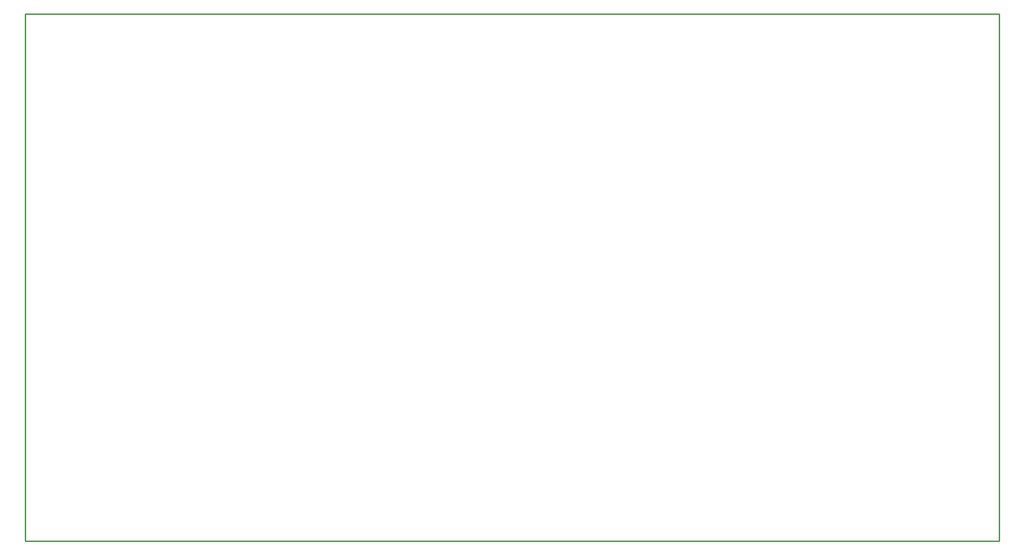
<source format=gbp>
G04 Layer_Color=16770453*
%FSLAX24Y24*%
%MOIN*%
G70*
G01*
G75*
%ADD23C,0.0100*%
D23*
X38000Y105050D02*
X110000D01*
X38000Y66000D02*
X110000D01*
X38000D02*
Y105050D01*
X110000Y66000D02*
Y105050D01*
M02*

</source>
